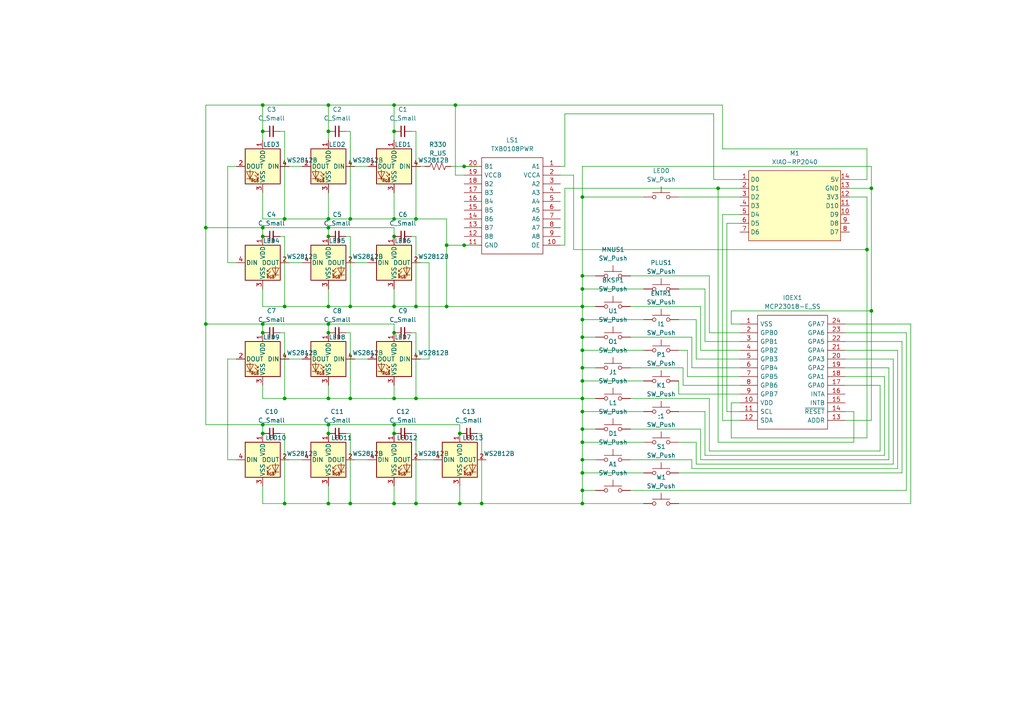
<source format=kicad_sch>
(kicad_sch (version 20211123) (generator eeschema)
  (paper "A4")
  (lib_symbols
    (symbol "Device:C_Small" (pin_numbers hide) (pin_names (offset 0.254) hide)
      (property "Reference" "C" (at 0.254 1.778 0))
      (property "Value" "C_Small" (at 0.254 -2.032 0))
      (symbol "C_Small_0_1"
        (polyline (pts (xy -1.524 -0.508) (xy 1.524 -0.508)) (stroke (width 0.3302)))
        (polyline (pts (xy -1.524 0.508) (xy 1.524 0.508)) (stroke (width 0.3048)))
      )
      (symbol "C_Small_1_1"
        (pin passive line (at 0 2.54 270) (length 2.032) (name "~") (number "1"))
        (pin passive line (at 0 -2.54 90) (length 2.032) (name "~") (number "2"))
      )
    )
    (symbol "Device:R_US" (pin_numbers hide) (pin_names (offset 0))
      (property "Reference" "R" (at 2.54 0 90))
      (property "Value" "R_US" (at -2.54 0 90))
      (symbol "R_US_0_1"
        (polyline (pts (xy 0 -2.286) (xy 0 -2.54)))
        (polyline (pts (xy 0 2.286) (xy 0 2.54)))
        (polyline (pts (xy 0 -0.762) (xy 1.016 -1.143) (xy 0 -1.524) (xy -1.016 -1.905) (xy 0 -2.286)))
        (polyline (pts (xy 0 0.762) (xy 1.016 0.381) (xy 0 0) (xy -1.016 -0.381) (xy 0 -0.762)))
        (polyline (pts (xy 0 2.286) (xy 1.016 1.905) (xy 0 1.524) (xy -1.016 1.143) (xy 0 0.762)))
      )
      (symbol "R_US_1_1"
        (pin passive line (at 0 3.81 270) (length 1.27) (name "~") (number "1"))
        (pin passive line (at 0 -3.81 90) (length 1.27) (name "~") (number "2"))
      )
    )
    (symbol "LED:WS2812B" (pin_names (offset 0.254))
      (property "Reference" "D" (at 5.08 5.715 0))
      (property "Value" "WS2812B" (at 1.27 -5.715 0))
      (symbol "WS2812B_0_0"
        (text "RGB" (at 2.286 -4.191 0) (effects (font (size 0.762 0.762))))
      )
      (symbol "WS2812B_0_1"
        (polyline (pts (xy 1.27 -3.556) (xy 1.778 -3.556)))
        (polyline (pts (xy 1.27 -2.54) (xy 1.778 -2.54)))
        (polyline (pts (xy 4.699 -3.556) (xy 2.667 -3.556)))
        (polyline (pts (xy 2.286 -2.54) (xy 1.27 -3.556) (xy 1.27 -3.048)))
        (polyline (pts (xy 2.286 -1.524) (xy 1.27 -2.54) (xy 1.27 -2.032)))
        (polyline (pts (xy 3.683 -1.016) (xy 3.683 -3.556) (xy 3.683 -4.064)))
        (polyline (pts (xy 4.699 -1.524) (xy 2.667 -1.524) (xy 3.683 -3.556) (xy 4.699 -1.524)))
        (rectangle (start 5.08 5.08) (end -5.08 -5.08) (stroke (width 0.254)) (fill (type background)))
      )
      (symbol "WS2812B_1_1"
        (pin power_in line (at 0 7.62 270) (length 2.54) (name "VDD") (number "1"))
        (pin output line (at 7.62 0 180) (length 2.54) (name "DOUT") (number "2"))
        (pin power_in line (at 0 -7.62 90) (length 2.54) (name "VSS") (number "3"))
        (pin input line (at -7.62 0 0) (length 2.54) (name "DIN") (number "4"))
      )
    )
    (symbol "MCP23018-SS:MCP23018-E_SS" (pin_names (offset 0.762))
      (property "Reference" "IC" (at 26.67 7.62 0))
      (property "Value" "MCP23018-E_SS" (at 26.67 5.08 0))
      (symbol "MCP23018-E_SS_0_0"
        (pin passive line (at 0 0 0) (length 5.08) (name "VSS") (number "1"))
        (pin passive line (at 0 -22.86 0) (length 5.08) (name "VDD") (number "10"))
        (pin passive line (at 0 -25.4 0) (length 5.08) (name "SCL") (number "11"))
        (pin passive line (at 0 -27.94 0) (length 5.08) (name "SDA") (number "12"))
        (pin passive line (at 30.48 -27.94 180) (length 5.08) (name "ADDR") (number "13"))
        (pin passive line (at 30.48 -25.4 180) (length 5.08) (name "~{RESET}") (number "14"))
        (pin passive line (at 30.48 -22.86 180) (length 5.08) (name "INTB") (number "15"))
        (pin passive line (at 30.48 -20.32 180) (length 5.08) (name "INTA") (number "16"))
        (pin passive line (at 30.48 -17.78 180) (length 5.08) (name "GPA0") (number "17"))
        (pin passive line (at 30.48 -15.24 180) (length 5.08) (name "GPA1") (number "18"))
        (pin passive line (at 30.48 -12.7 180) (length 5.08) (name "GPA2") (number "19"))
        (pin passive line (at 0 -2.54 0) (length 5.08) (name "GPB0") (number "2"))
        (pin passive line (at 30.48 -10.16 180) (length 5.08) (name "GPA3") (number "20"))
        (pin passive line (at 30.48 -7.62 180) (length 5.08) (name "GPA4") (number "21"))
        (pin passive line (at 30.48 -5.08 180) (length 5.08) (name "GPA5") (number "22"))
        (pin passive line (at 30.48 -2.54 180) (length 5.08) (name "GPA6") (number "23"))
        (pin passive line (at 30.48 0 180) (length 5.08) (name "GPA7") (number "24"))
        (pin passive line (at 0 -5.08 0) (length 5.08) (name "GPB1") (number "3"))
        (pin passive line (at 0 -7.62 0) (length 5.08) (name "GPB2") (number "4"))
        (pin passive line (at 0 -10.16 0) (length 5.08) (name "GPB3") (number "5"))
        (pin passive line (at 0 -12.7 0) (length 5.08) (name "GPB4") (number "6"))
        (pin passive line (at 0 -15.24 0) (length 5.08) (name "GPB5") (number "7"))
        (pin passive line (at 0 -17.78 0) (length 5.08) (name "GPB6") (number "8"))
        (pin passive line (at 0 -20.32 0) (length 5.08) (name "GPB7") (number "9"))
      )
      (symbol "MCP23018-E_SS_0_1"
        (polyline (pts (xy 5.08 2.54) (xy 25.4 2.54) (xy 25.4 -30.48) (xy 5.08 -30.48) (xy 5.08 2.54)) (stroke (width 0.1524)))
      )
    )
    (symbol "Switch:SW_Push" (pin_numbers hide) (pin_names (offset 1.016) hide)
      (property "Reference" "SW" (at 1.27 2.54 0))
      (property "Value" "SW_Push" (at 0 -1.524 0))
      (symbol "SW_Push_0_1"
        (circle (center -2.032 0) (radius 0.508))
        (polyline (pts (xy 0 1.27) (xy 0 3.048)))
        (polyline (pts (xy 2.54 1.27) (xy -2.54 1.27)))
        (circle (center 2.032 0) (radius 0.508))
        (pin passive line (at -5.08 0 0) (length 2.54) (name "1") (number "1"))
        (pin passive line (at 5.08 0 180) (length 2.54) (name "2") (number "2"))
      )
    )
    (symbol "TXB0108PWR:TXB0108PWR" (pin_names (offset 0.762))
      (property "Reference" "IC" (at 24.13 7.62 0))
      (property "Value" "TXB0108PWR" (at 24.13 5.08 0))
      (symbol "TXB0108PWR_0_0"
        (pin passive line (at 0 0 0) (length 5.08) (name "A1") (number "1"))
        (pin passive line (at 0 -22.86 0) (length 5.08) (name "OE") (number "10"))
        (pin passive line (at 27.94 -22.86 180) (length 5.08) (name "GND") (number "11"))
        (pin passive line (at 27.94 -20.32 180) (length 5.08) (name "B8") (number "12"))
        (pin passive line (at 27.94 -17.78 180) (length 5.08) (name "B7") (number "13"))
        (pin passive line (at 27.94 -15.24 180) (length 5.08) (name "B6") (number "14"))
        (pin passive line (at 27.94 -12.7 180) (length 5.08) (name "B5") (number "15"))
        (pin passive line (at 27.94 -10.16 180) (length 5.08) (name "B4") (number "16"))
        (pin passive line (at 27.94 -7.62 180) (length 5.08) (name "B3") (number "17"))
        (pin passive line (at 27.94 -5.08 180) (length 5.08) (name "B2") (number "18"))
        (pin passive line (at 27.94 -2.54 180) (length 5.08) (name "VCCB") (number "19"))
        (pin passive line (at 0 -2.54 0) (length 5.08) (name "VCCA") (number "2"))
        (pin passive line (at 27.94 0 180) (length 5.08) (name "B1") (number "20"))
        (pin passive line (at 0 -5.08 0) (length 5.08) (name "A2") (number "3"))
        (pin passive line (at 0 -7.62 0) (length 5.08) (name "A3") (number "4"))
        (pin passive line (at 0 -10.16 0) (length 5.08) (name "A4") (number "5"))
        (pin passive line (at 0 -12.7 0) (length 5.08) (name "A5") (number "6"))
        (pin passive line (at 0 -15.24 0) (length 5.08) (name "A6") (number "7"))
        (pin passive line (at 0 -17.78 0) (length 5.08) (name "A7") (number "8"))
        (pin passive line (at 0 -20.32 0) (length 5.08) (name "A8") (number "9"))
      )
      (symbol "TXB0108PWR_0_1"
        (polyline (pts (xy 5.08 2.54) (xy 22.86 2.54) (xy 22.86 -25.4) (xy 5.08 -25.4) (xy 5.08 2.54)) (stroke (width 0.1524)))
      )
    )
    (symbol "xiao-rp2040:XIAO-RP2040"
      (property "Reference" "M" (at 0 0 0))
      (property "Value" "XIAO-RP2040" (at 0 2.54 0))
      (symbol "XIAO-RP2040_0_1"
        (rectangle (start -12.7 10.16) (end 13.97 -10.16) (fill (type background)))
      )
      (symbol "XIAO-RP2040_1_1"
        (pin bidirectional line (at -15.24 7.62 0) (length 2.54) (name "D0") (number "1"))
        (pin bidirectional line (at 16.51 -2.54 180) (length 2.54) (name "D9") (number "10"))
        (pin bidirectional line (at 16.51 0 180) (length 2.54) (name "D10") (number "11"))
        (pin power_in line (at 16.51 2.54 180) (length 2.54) (name "3V3") (number "12"))
        (pin power_in line (at 16.51 5.08 180) (length 2.54) (name "GND") (number "13"))
        (pin power_in line (at 16.51 7.62 180) (length 2.54) (name "5V") (number "14"))
        (pin bidirectional line (at -15.24 5.08 0) (length 2.54) (name "D1") (number "2"))
        (pin bidirectional line (at -15.24 2.54 0) (length 2.54) (name "D2") (number "3"))
        (pin bidirectional line (at -15.24 0 0) (length 2.54) (name "D3") (number "4"))
        (pin bidirectional line (at -15.24 -2.54 0) (length 2.54) (name "D4") (number "5"))
        (pin bidirectional line (at -15.24 -5.08 0) (length 2.54) (name "D5") (number "6"))
        (pin bidirectional line (at -15.24 -7.62 0) (length 2.54) (name "D6") (number "7"))
        (pin bidirectional line (at 16.51 -7.62 180) (length 2.54) (name "D7") (number "8"))
        (pin bidirectional line (at 16.51 -5.08 180) (length 2.54) (name "D8") (number "9"))
      )
    )
  )
  (junction (at 59.69 93.98))
  (junction (at 168.91 110.49))
  (junction (at 168.91 80.01))
  (junction (at 133.35 125.73))
  (junction (at 114.3 123.19))
  (junction (at 101.6 88.9))
  (junction (at 168.91 57.15))
  (junction (at 101.6 146.05))
  (junction (at 114.3 38.1))
  (junction (at 76.2 66.04))
  (junction (at 168.91 83.82))
  (junction (at 120.65 146.05))
  (junction (at 168.91 133.35))
  (junction (at 95.25 63.5))
  (junction (at 114.3 68.58))
  (junction (at 120.65 115.57))
  (junction (at 208.28 54.61))
  (junction (at 129.54 71.12))
  (junction (at 134.62 71.12))
  (junction (at 132.08 30.48))
  (junction (at 76.2 38.1))
  (junction (at 76.2 30.48))
  (junction (at 95.25 146.05))
  (junction (at 114.3 88.9))
  (junction (at 252.73 90.17))
  (junction (at 101.6 63.5))
  (junction (at 82.55 63.5))
  (junction (at 95.25 115.57))
  (junction (at 114.3 96.52))
  (junction (at 95.25 30.48))
  (junction (at 168.91 124.46))
  (junction (at 133.35 146.05))
  (junction (at 252.73 54.61))
  (junction (at 82.55 146.05))
  (junction (at 168.91 128.27))
  (junction (at 76.2 96.52))
  (junction (at 139.7 146.05))
  (junction (at 76.2 93.98))
  (junction (at 134.62 48.26))
  (junction (at 95.25 125.73))
  (junction (at 251.46 72.39))
  (junction (at 120.65 63.5))
  (junction (at 95.25 88.9))
  (junction (at 120.65 88.9))
  (junction (at 95.25 96.52))
  (junction (at 168.91 142.24))
  (junction (at 76.2 123.19))
  (junction (at 114.3 146.05))
  (junction (at 95.25 38.1))
  (junction (at 129.54 88.9))
  (junction (at 168.91 101.6))
  (junction (at 95.25 66.04))
  (junction (at 82.55 88.9))
  (junction (at 114.3 125.73))
  (junction (at 168.91 106.68))
  (junction (at 101.6 115.57))
  (junction (at 82.55 115.57))
  (junction (at 114.3 63.5))
  (junction (at 95.25 68.58))
  (junction (at 59.69 66.04))
  (junction (at 76.2 68.58))
  (junction (at 76.2 125.73))
  (junction (at 168.91 97.79))
  (junction (at 114.3 115.57))
  (junction (at 95.25 123.19))
  (junction (at 168.91 88.9))
  (junction (at 168.91 119.38))
  (junction (at 114.3 30.48))
  (junction (at 168.91 92.71))
  (junction (at 168.91 146.05))
  (junction (at 95.25 93.98))
  (junction (at 168.91 137.16))
  (junction (at 168.91 115.57))
  (wire (pts (xy 100.33 68.58) (xy 101.6 68.58)))
  (wire (pts (xy 100.33 125.73) (xy 101.6 125.73)))
  (wire (pts (xy 168.91 110.49) (xy 168.91 115.57)))
  (wire (pts (xy 182.88 133.35) (xy 200.66 133.35)))
  (wire (pts (xy 252.73 48.26) (xy 252.73 54.61)))
  (wire (pts (xy 76.2 123.19) (xy 76.2 125.73)))
  (wire (pts (xy 129.54 71.12) (xy 129.54 88.9)))
  (wire (pts (xy 114.3 38.1) (xy 114.3 40.64)))
  (wire (pts (xy 163.83 33.02) (xy 163.83 48.26)))
  (wire (pts (xy 114.3 88.9) (xy 101.6 88.9)))
  (wire (pts (xy 257.81 106.68) (xy 245.11 106.68)))
  (wire (pts (xy 246.38 54.61) (xy 252.73 54.61)))
  (wire (pts (xy 114.3 146.05) (xy 101.6 146.05)))
  (wire (pts (xy 205.74 80.01) (xy 205.74 96.52)))
  (wire (pts (xy 114.3 63.5) (xy 120.65 63.5)))
  (wire (pts (xy 95.25 38.1) (xy 95.25 40.64)))
  (wire (pts (xy 82.55 146.05) (xy 76.2 146.05)))
  (wire (pts (xy 214.63 121.92) (xy 209.55 121.92)))
  (wire (pts (xy 76.2 55.88) (xy 76.2 63.5)))
  (wire (pts (xy 76.2 40.64) (xy 76.2 38.1)))
  (wire (pts (xy 130.81 48.26) (xy 134.62 48.26)))
  (wire (pts (xy 82.55 125.73) (xy 82.55 146.05)))
  (wire (pts (xy 257.81 133.35) (xy 257.81 106.68)))
  (wire (pts (xy 120.65 38.1) (xy 120.65 63.5)))
  (wire (pts (xy 76.2 38.1) (xy 76.2 30.48)))
  (wire (pts (xy 214.63 64.77) (xy 210.82 64.77)))
  (wire (pts (xy 168.91 119.38) (xy 168.91 124.46)))
  (wire (pts (xy 168.91 115.57) (xy 172.72 115.57)))
  (wire (pts (xy 214.63 116.84) (xy 212.09 116.84)))
  (wire (pts (xy 76.2 88.9) (xy 76.2 83.82)))
  (wire (pts (xy 95.25 55.88) (xy 95.25 63.5)))
  (wire (pts (xy 101.6 146.05) (xy 95.25 146.05)))
  (wire (pts (xy 81.28 96.52) (xy 82.55 96.52)))
  (wire (pts (xy 120.65 88.9) (xy 129.54 88.9)))
  (wire (pts (xy 114.3 125.73) (xy 114.3 123.19)))
  (wire (pts (xy 203.2 124.46) (xy 203.2 133.35)))
  (wire (pts (xy 163.83 71.12) (xy 162.56 71.12)))
  (wire (pts (xy 214.63 114.3) (xy 196.85 114.3)))
  (wire (pts (xy 256.54 109.22) (xy 245.11 109.22)))
  (wire (pts (xy 196.85 119.38) (xy 204.47 119.38)))
  (wire (pts (xy 204.47 119.38) (xy 204.47 132.08)))
  (wire (pts (xy 82.55 88.9) (xy 76.2 88.9)))
  (wire (pts (xy 95.25 146.05) (xy 82.55 146.05)))
  (wire (pts (xy 205.74 115.57) (xy 205.74 130.81)))
  (wire (pts (xy 182.88 124.46) (xy 203.2 124.46)))
  (wire (pts (xy 168.91 80.01) (xy 172.72 80.01)))
  (wire (pts (xy 114.3 93.98) (xy 95.25 93.98)))
  (wire (pts (xy 138.43 71.12) (xy 134.62 71.12)))
  (wire (pts (xy 102.87 48.26) (xy 106.68 48.26)))
  (wire (pts (xy 196.85 101.6) (xy 199.39 101.6)))
  (wire (pts (xy 100.33 96.52) (xy 101.6 96.52)))
  (wire (pts (xy 101.6 38.1) (xy 101.6 63.5)))
  (wire (pts (xy 168.91 97.79) (xy 168.91 101.6)))
  (wire (pts (xy 83.82 104.14) (xy 87.63 104.14)))
  (wire (pts (xy 82.55 96.52) (xy 82.55 115.57)))
  (wire (pts (xy 182.88 142.24) (xy 262.89 142.24)))
  (wire (pts (xy 81.28 68.58) (xy 82.55 68.58)))
  (wire (pts (xy 119.38 68.58) (xy 120.65 68.58)))
  (wire (pts (xy 201.93 92.71) (xy 201.93 104.14)))
  (wire (pts (xy 168.91 128.27) (xy 168.91 133.35)))
  (wire (pts (xy 261.62 99.06) (xy 245.11 99.06)))
  (wire (pts (xy 66.04 48.26) (xy 66.04 76.2)))
  (wire (pts (xy 212.09 93.98) (xy 212.09 90.17)))
  (wire (pts (xy 114.3 111.76) (xy 114.3 115.57)))
  (wire (pts (xy 168.91 97.79) (xy 172.72 97.79)))
  (wire (pts (xy 121.92 48.26) (xy 123.19 48.26)))
  (wire (pts (xy 214.63 104.14) (xy 201.93 104.14)))
  (wire (pts (xy 134.62 71.12) (xy 129.54 71.12)))
  (wire (pts (xy 82.55 38.1) (xy 82.55 63.5)))
  (wire (pts (xy 95.25 123.19) (xy 95.25 125.73)))
  (wire (pts (xy 59.69 123.19) (xy 59.69 93.98)))
  (wire (pts (xy 212.09 127) (xy 251.46 127)))
  (wire (pts (xy 83.82 76.2) (xy 87.63 76.2)))
  (wire (pts (xy 214.63 101.6) (xy 203.2 101.6)))
  (wire (pts (xy 201.93 134.62) (xy 259.08 134.62)))
  (wire (pts (xy 66.04 104.14) (xy 66.04 133.35)))
  (wire (pts (xy 196.85 92.71) (xy 201.93 92.71)))
  (wire (pts (xy 95.25 30.48) (xy 95.25 38.1)))
  (wire (pts (xy 132.08 30.48) (xy 132.08 50.8)))
  (wire (pts (xy 214.63 106.68) (xy 200.66 106.68)))
  (wire (pts (xy 95.25 83.82) (xy 95.25 88.9)))
  (wire (pts (xy 247.65 128.27) (xy 208.28 128.27)))
  (wire (pts (xy 168.91 83.82) (xy 168.91 88.9)))
  (wire (pts (xy 59.69 66.04) (xy 59.69 93.98)))
  (wire (pts (xy 198.12 106.68) (xy 198.12 111.76)))
  (wire (pts (xy 168.91 101.6) (xy 168.91 106.68)))
  (wire (pts (xy 168.91 133.35) (xy 168.91 137.16)))
  (wire (pts (xy 134.62 50.8) (xy 132.08 50.8)))
  (wire (pts (xy 203.2 133.35) (xy 257.81 133.35)))
  (wire (pts (xy 114.3 30.48) (xy 114.3 38.1)))
  (wire (pts (xy 200.66 133.35) (xy 200.66 135.89)))
  (wire (pts (xy 168.91 119.38) (xy 186.69 119.38)))
  (wire (pts (xy 114.3 96.52) (xy 114.3 93.98)))
  (wire (pts (xy 114.3 66.04) (xy 114.3 68.58)))
  (wire (pts (xy 209.55 62.23) (xy 209.55 121.92)))
  (wire (pts (xy 262.89 142.24) (xy 262.89 96.52)))
  (wire (pts (xy 196.85 146.05) (xy 264.16 146.05)))
  (wire (pts (xy 124.46 104.14) (xy 124.46 76.2)))
  (wire (pts (xy 247.65 119.38) (xy 247.65 128.27)))
  (wire (pts (xy 114.3 123.19) (xy 133.35 123.19)))
  (wire (pts (xy 114.3 83.82) (xy 114.3 88.9)))
  (wire (pts (xy 166.37 72.39) (xy 166.37 50.8)))
  (wire (pts (xy 246.38 57.15) (xy 251.46 57.15)))
  (wire (pts (xy 214.63 109.22) (xy 199.39 109.22)))
  (wire (pts (xy 81.28 125.73) (xy 82.55 125.73)))
  (wire (pts (xy 101.6 115.57) (xy 95.25 115.57)))
  (wire (pts (xy 163.83 48.26) (xy 162.56 48.26)))
  (wire (pts (xy 203.2 88.9) (xy 203.2 101.6)))
  (wire (pts (xy 214.63 111.76) (xy 198.12 111.76)))
  (wire (pts (xy 168.91 146.05) (xy 139.7 146.05)))
  (wire (pts (xy 100.33 38.1) (xy 101.6 38.1)))
  (wire (pts (xy 260.35 135.89) (xy 260.35 101.6)))
  (wire (pts (xy 59.69 30.48) (xy 76.2 30.48)))
  (wire (pts (xy 251.46 72.39) (xy 251.46 127)))
  (wire (pts (xy 95.25 88.9) (xy 82.55 88.9)))
  (wire (pts (xy 120.65 146.05) (xy 114.3 146.05)))
  (wire (pts (xy 182.88 115.57) (xy 205.74 115.57)))
  (wire (pts (xy 168.91 106.68) (xy 172.72 106.68)))
  (wire (pts (xy 95.25 66.04) (xy 95.25 68.58)))
  (wire (pts (xy 214.63 99.06) (xy 204.47 99.06)))
  (wire (pts (xy 120.65 96.52) (xy 120.65 115.57)))
  (wire (pts (xy 259.08 104.14) (xy 245.11 104.14)))
  (wire (pts (xy 114.3 115.57) (xy 101.6 115.57)))
  (wire (pts (xy 168.91 101.6) (xy 186.69 101.6)))
  (wire (pts (xy 95.25 115.57) (xy 82.55 115.57)))
  (wire (pts (xy 119.38 96.52) (xy 120.65 96.52)))
  (wire (pts (xy 138.43 125.73) (xy 139.7 125.73)))
  (wire (pts (xy 210.82 119.38) (xy 210.82 64.77)))
  (wire (pts (xy 214.63 62.23) (xy 209.55 62.23)))
  (wire (pts (xy 68.58 48.26) (xy 66.04 48.26)))
  (wire (pts (xy 251.46 57.15) (xy 251.46 72.39)))
  (wire (pts (xy 139.7 125.73) (xy 139.7 146.05)))
  (wire (pts (xy 168.91 128.27) (xy 186.69 128.27)))
  (wire (pts (xy 204.47 132.08) (xy 256.54 132.08)))
  (wire (pts (xy 251.46 72.39) (xy 166.37 72.39)))
  (wire (pts (xy 168.91 57.15) (xy 186.69 57.15)))
  (wire (pts (xy 264.16 93.98) (xy 245.11 93.98)))
  (wire (pts (xy 168.91 110.49) (xy 186.69 110.49)))
  (wire (pts (xy 59.69 66.04) (xy 59.69 30.48)))
  (wire (pts (xy 82.55 68.58) (xy 82.55 88.9)))
  (wire (pts (xy 182.88 106.68) (xy 198.12 106.68)))
  (wire (pts (xy 95.25 30.48) (xy 114.3 30.48)))
  (wire (pts (xy 101.6 88.9) (xy 95.25 88.9)))
  (wire (pts (xy 95.25 111.76) (xy 95.25 115.57)))
  (wire (pts (xy 182.88 88.9) (xy 203.2 88.9)))
  (wire (pts (xy 168.91 88.9) (xy 168.91 92.71)))
  (wire (pts (xy 114.3 30.48) (xy 132.08 30.48)))
  (wire (pts (xy 245.11 119.38) (xy 247.65 119.38)))
  (wire (pts (xy 114.3 140.97) (xy 114.3 146.05)))
  (wire (pts (xy 168.91 142.24) (xy 168.91 146.05)))
  (wire (pts (xy 168.91 115.57) (xy 168.91 119.38)))
  (wire (pts (xy 168.91 133.35) (xy 172.72 133.35)))
  (wire (pts (xy 95.25 63.5) (xy 101.6 63.5)))
  (wire (pts (xy 168.91 92.71) (xy 186.69 92.71)))
  (wire (pts (xy 260.35 101.6) (xy 245.11 101.6)))
  (wire (pts (xy 121.92 104.14) (xy 124.46 104.14)))
  (wire (pts (xy 168.91 142.24) (xy 172.72 142.24)))
  (wire (pts (xy 114.3 55.88) (xy 114.3 63.5)))
  (wire (pts (xy 207.01 52.07) (xy 207.01 33.02)))
  (wire (pts (xy 255.27 111.76) (xy 245.11 111.76)))
  (wire (pts (xy 262.89 96.52) (xy 245.11 96.52)))
  (wire (pts (xy 83.82 48.26) (xy 87.63 48.26)))
  (wire (pts (xy 76.2 30.48) (xy 95.25 30.48)))
  (wire (pts (xy 133.35 146.05) (xy 120.65 146.05)))
  (wire (pts (xy 252.73 54.61) (xy 252.73 90.17)))
  (wire (pts (xy 119.38 125.73) (xy 120.65 125.73)))
  (wire (pts (xy 102.87 76.2) (xy 106.68 76.2)))
  (wire (pts (xy 168.91 137.16) (xy 186.69 137.16)))
  (wire (pts (xy 168.91 57.15) (xy 168.91 80.01)))
  (wire (pts (xy 200.66 135.89) (xy 260.35 135.89)))
  (wire (pts (xy 129.54 88.9) (xy 168.91 88.9)))
  (wire (pts (xy 205.74 130.81) (xy 255.27 130.81)))
  (wire (pts (xy 66.04 133.35) (xy 68.58 133.35)))
  (wire (pts (xy 168.91 92.71) (xy 168.91 97.79)))
  (wire (pts (xy 168.91 88.9) (xy 172.72 88.9)))
  (wire (pts (xy 120.65 125.73) (xy 120.65 146.05)))
  (wire (pts (xy 76.2 63.5) (xy 82.55 63.5)))
  (wire (pts (xy 134.62 48.26) (xy 138.43 48.26)))
  (wire (pts (xy 168.91 124.46) (xy 172.72 124.46)))
  (wire (pts (xy 212.09 116.84) (xy 212.09 127)))
  (wire (pts (xy 82.55 115.57) (xy 76.2 115.57)))
  (wire (pts (xy 259.08 134.62) (xy 259.08 104.14)))
  (wire (pts (xy 101.6 63.5) (xy 114.3 63.5)))
  (wire (pts (xy 214.63 96.52) (xy 205.74 96.52)))
  (wire (pts (xy 196.85 128.27) (xy 201.93 128.27)))
  (wire (pts (xy 76.2 93.98) (xy 59.69 93.98)))
  (wire (pts (xy 251.46 43.18) (xy 209.55 43.18)))
  (wire (pts (xy 124.46 76.2) (xy 121.92 76.2)))
  (wire (pts (xy 121.92 133.35) (xy 125.73 133.35)))
  (wire (pts (xy 256.54 132.08) (xy 256.54 109.22)))
  (wire (pts (xy 168.91 146.05) (xy 186.69 146.05)))
  (wire (pts (xy 133.35 140.97) (xy 133.35 146.05)))
  (wire (pts (xy 102.87 104.14) (xy 106.68 104.14)))
  (wire (pts (xy 214.63 93.98) (xy 212.09 93.98)))
  (wire (pts (xy 196.85 83.82) (xy 204.47 83.82)))
  (wire (pts (xy 168.91 137.16) (xy 168.91 142.24)))
  (wire (pts (xy 120.65 63.5) (xy 129.54 63.5)))
  (wire (pts (xy 168.91 83.82) (xy 186.69 83.82)))
  (wire (pts (xy 196.85 114.3) (xy 196.85 110.49)))
  (wire (pts (xy 82.55 63.5) (xy 95.25 63.5)))
  (wire (pts (xy 208.28 54.61) (xy 163.83 54.61)))
  (wire (pts (xy 101.6 68.58) (xy 101.6 88.9)))
  (wire (pts (xy 182.88 80.01) (xy 205.74 80.01)))
  (wire (pts (xy 168.91 48.26) (xy 252.73 48.26)))
  (wire (pts (xy 214.63 52.07) (xy 207.01 52.07)))
  (wire (pts (xy 95.25 123.19) (xy 76.2 123.19)))
  (wire (pts (xy 95.25 93.98) (xy 76.2 93.98)))
  (wire (pts (xy 83.82 133.35) (xy 87.63 133.35)))
  (wire (pts (xy 168.91 106.68) (xy 168.91 110.49)))
  (wire (pts (xy 119.38 38.1) (xy 120.65 38.1)))
  (wire (pts (xy 182.88 97.79) (xy 200.66 97.79)))
  (wire (pts (xy 132.08 30.48) (xy 209.55 30.48)))
  (wire (pts (xy 120.65 68.58) (xy 120.65 88.9)))
  (wire (pts (xy 76.2 66.04) (xy 95.25 66.04)))
  (wire (pts (xy 101.6 96.52) (xy 101.6 115.57)))
  (wire (pts (xy 196.85 137.16) (xy 261.62 137.16)))
  (wire (pts (xy 168.91 80.01) (xy 168.91 83.82)))
  (wire (pts (xy 196.85 57.15) (xy 214.63 57.15)))
  (wire (pts (xy 207.01 33.02) (xy 163.83 33.02)))
  (wire (pts (xy 133.35 123.19) (xy 133.35 125.73)))
  (wire (pts (xy 101.6 125.73) (xy 101.6 146.05)))
  (wire (pts (xy 245.11 121.92) (xy 252.73 121.92)))
  (wire (pts (xy 246.38 52.07) (xy 251.46 52.07)))
  (wire (pts (xy 251.46 52.07) (xy 251.46 43.18)))
  (wire (pts (xy 261.62 137.16) (xy 261.62 99.06)))
  (wire (pts (xy 59.69 66.04) (xy 76.2 66.04)))
  (wire (pts (xy 204.47 83.82) (xy 204.47 99.06)))
  (wire (pts (xy 95.25 96.52) (xy 95.25 93.98)))
  (wire (pts (xy 200.66 97.79) (xy 200.66 106.68)))
  (wire (pts (xy 166.37 50.8) (xy 162.56 50.8)))
  (wire (pts (xy 114.3 123.19) (xy 95.25 123.19)))
  (wire (pts (xy 168.91 124.46) (xy 168.91 128.27)))
  (wire (pts (xy 76.2 68.58) (xy 76.2 66.04)))
  (wire (pts (xy 252.73 90.17) (xy 252.73 121.92)))
  (wire (pts (xy 76.2 146.05) (xy 76.2 140.97)))
  (wire (pts (xy 76.2 115.57) (xy 76.2 111.76)))
  (wire (pts (xy 59.69 123.19) (xy 76.2 123.19)))
  (wire (pts (xy 212.09 90.17) (xy 252.73 90.17)))
  (wire (pts (xy 168.91 48.26) (xy 168.91 57.15)))
  (wire (pts (xy 168.91 115.57) (xy 120.65 115.57)))
  (wire (pts (xy 95.25 140.97) (xy 95.25 146.05)))
  (wire (pts (xy 264.16 146.05) (xy 264.16 93.98)))
  (wire (pts (xy 208.28 54.61) (xy 214.63 54.61)))
  (wire (pts (xy 139.7 146.05) (xy 133.35 146.05)))
  (wire (pts (xy 209.55 43.18) (xy 209.55 30.48)))
  (wire (pts (xy 102.87 133.35) (xy 106.68 133.35)))
  (wire (pts (xy 199.39 109.22) (xy 199.39 101.6)))
  (wire (pts (xy 120.65 115.57) (xy 114.3 115.57)))
  (wire (pts (xy 163.83 54.61) (xy 163.83 71.12)))
  (wire (pts (xy 114.3 88.9) (xy 120.65 88.9)))
  (wire (pts (xy 201.93 128.27) (xy 201.93 134.62)))
  (wire (pts (xy 66.04 76.2) (xy 68.58 76.2)))
  (wire (pts (xy 76.2 93.98) (xy 76.2 96.52)))
  (wire (pts (xy 81.28 38.1) (xy 82.55 38.1)))
  (wire (pts (xy 214.63 119.38) (xy 210.82 119.38)))
  (wire (pts (xy 208.28 128.27) (xy 208.28 54.61)))
  (wire (pts (xy 255.27 130.81) (xy 255.27 111.76)))
  (wire (pts (xy 95.25 66.04) (xy 114.3 66.04)))
  (wire (pts (xy 68.58 104.14) (xy 66.04 104.14)))
  (wire (pts (xy 129.54 71.12) (xy 129.54 63.5)))
  (symbol (lib_id "Device:C_Small") (at 78.74 96.52 90) (unit 1)
    (property "Reference" "C7" (at 78.7463 90.17 90))
    (property "Value" "C_Small" (at 78.7463 92.71 90))
    (property "Footprint" "Resistor_SMD:R_2010_5025Metric_Pad1.40x2.65mm_HandSolder" (effects hide))
  )
  (symbol (lib_id "Switch:SW_Push") (at 177.8 80.01 0) (unit 1)
    (property "Reference" "MNUS1" (at 177.8 72.39 0))
    (property "Value" "SW_Push" (at 177.8 74.93 0))
    (property "Footprint" "Button_Switch_THT:SW_PUSH_6mm" (effects hide))
  )
  (symbol (lib_id "Device:C_Small") (at 78.74 38.1 90) (unit 1)
    (property "Reference" "C3" (at 78.7463 31.75 90))
    (property "Value" "C_Small" (at 78.7463 34.29 90))
    (property "Footprint" "Resistor_SMD:R_2010_5025Metric_Pad1.40x2.65mm_HandSolder" (effects hide))
  )
  (symbol (lib_id "LED:WS2812B") (at 76.2 104.14 0) (mirror y) (unit 1)
    (property "Reference" "LED9" (at 78.74 97.79 0))
    (property "Value" "WS2812B" (at 87.63 102.3493 0))
    (property "Footprint" "kb_lib:Reverse Mount SK6812MINI-E" (effects hide))
    (property "Datasheet" "https://cdn-shop.adafruit.com/datasheets/WS2812B.pdf" (effects hide))
  )
  (symbol (lib_id "LED:WS2812B") (at 114.3 104.14 0) (mirror y) (unit 1)
    (property "Reference" "LED7" (at 116.84 97.79 0))
    (property "Value" "WS2812B" (at 125.73 102.3493 0))
    (property "Footprint" "kb_lib:Reverse Mount SK6812MINI-E" (effects hide))
    (property "Datasheet" "https://cdn-shop.adafruit.com/datasheets/WS2812B.pdf" (effects hide))
  )
  (symbol (lib_id "Device:C_Small") (at 116.84 125.73 90) (unit 1)
    (property "Reference" "C12" (at 116.8463 119.38 90))
    (property "Value" "C_Small" (at 116.8463 121.92 90))
    (property "Footprint" "Resistor_SMD:R_2010_5025Metric_Pad1.40x2.65mm_HandSolder" (effects hide))
  )
  (symbol (lib_id "Device:C_Small") (at 116.84 38.1 90) (unit 1)
    (property "Reference" "C1" (at 116.8463 31.75 90))
    (property "Value" "C_Small" (at 116.8463 34.29 90))
    (property "Footprint" "Resistor_SMD:R_2010_5025Metric_Pad1.40x2.65mm_HandSolder" (effects hide))
  )
  (symbol (lib_id "Device:C_Small") (at 97.79 38.1 90) (unit 1)
    (property "Reference" "C2" (at 97.7963 31.75 90))
    (property "Value" "C_Small" (at 97.7963 34.29 90))
    (property "Footprint" "Resistor_SMD:R_2010_5025Metric_Pad1.40x2.65mm_HandSolder" (effects hide))
  )
  (symbol (lib_id "LED:WS2812B") (at 95.25 133.35 0) (unit 1)
    (property "Reference" "LED11" (at 99.06 127 0))
    (property "Value" "WS2812B" (at 106.68 131.5593 0))
    (property "Footprint" "kb_lib:Reverse Mount SK6812MINI-E" (effects hide))
    (property "Datasheet" "https://cdn-shop.adafruit.com/datasheets/WS2812B.pdf" (effects hide))
  )
  (symbol (lib_id "MCP23018-SS:MCP23018-E_SS") (at 214.63 93.98 0) (unit 1)
    (property "Reference" "IOEX1" (at 229.87 86.36 0))
    (property "Value" "MCP23018-E_SS" (at 229.87 88.9 0))
    (property "Footprint" "SOP65P780X200-24N" (effects hide))
    (property "Datasheet" "http://ww1.microchip.com/downloads/en/DeviceDoc/22103a.pdf" (effects hide))
    (property "Description" "Microchip MCP23018-E/SS, 16-channel 16bit I/O Expander 3.4MHz, I2C, 24-Pin SSOP" (effects hide))
    (property "Height" "2" (effects hide))
    (property "Mouser Part Number" "579-MCP23018-E/SS" (effects hide))
    (property "Mouser Price/Stock" "https://www.mouser.co.uk/ProductDetail/Microchip-Technology/MCP23018-E-SS?qs=WqWCsLCZBkp%252B8wfENHNkiw%3D%3D" (effects hide))
    (property "Manufacturer_Name" "Microchip" (effects hide))
    (property "Manufacturer_Part_Number" "MCP23018-E/SS" (effects hide))
  )
  (symbol (lib_id "Device:C_Small") (at 116.84 68.58 90) (unit 1)
    (property "Reference" "C6" (at 116.8463 62.23 90))
    (property "Value" "C_Small" (at 116.8463 64.77 90))
    (property "Footprint" "Resistor_SMD:R_2010_5025Metric_Pad1.40x2.65mm_HandSolder" (effects hide))
  )
  (symbol (lib_id "Switch:SW_Push") (at 191.77 57.15 0) (unit 1)
    (property "Reference" "LED0" (at 191.77 49.53 0))
    (property "Value" "SW_Push" (at 191.77 52.07 0))
    (property "Footprint" "Button_Switch_THT:SW_PUSH_6mm" (effects hide))
  )
  (symbol (lib_id "Device:C_Small") (at 78.74 125.73 90) (unit 1)
    (property "Reference" "C10" (at 78.7463 119.38 90))
    (property "Value" "C_Small" (at 78.7463 121.92 90))
    (property "Footprint" "Resistor_SMD:R_2010_5025Metric_Pad1.40x2.65mm_HandSolder" (effects hide))
  )
  (symbol (lib_id "LED:WS2812B") (at 76.2 48.26 0) (mirror y) (unit 1)
    (property "Reference" "LED3" (at 78.74 41.91 0))
    (property "Value" "WS2812B" (at 87.63 46.4693 0))
    (property "Footprint" "kb_lib:Reverse Mount SK6812MINI-E" (effects hide))
    (property "Datasheet" "https://cdn-shop.adafruit.com/datasheets/WS2812B.pdf" (effects hide))
  )
  (symbol (lib_id "LED:WS2812B") (at 114.3 133.35 0) (unit 1)
    (property "Reference" "LED12" (at 118.11 127 0))
    (property "Value" "WS2812B" (at 125.73 131.5593 0))
    (property "Footprint" "kb_lib:Reverse Mount SK6812MINI-E" (effects hide))
    (property "Datasheet" "https://cdn-shop.adafruit.com/datasheets/WS2812B.pdf" (effects hide))
  )
  (symbol (lib_id "LED:WS2812B") (at 114.3 76.2 0) (unit 1)
    (property "Reference" "LED6" (at 116.84 69.85 0))
    (property "Value" "WS2812B" (at 125.73 74.4093 0))
    (property "Footprint" "kb_lib:Reverse Mount SK6812MINI-E" (effects hide))
    (property "Datasheet" "https://cdn-shop.adafruit.com/datasheets/WS2812B.pdf" (effects hide))
  )
  (symbol (lib_id "Switch:SW_Push") (at 177.8 124.46 0) (unit 1)
    (property "Reference" "L1" (at 177.8 116.84 0))
    (property "Value" "SW_Push" (at 177.8 119.38 0))
    (property "Footprint" "kb_lib:mx-choc socket keyswitch" (effects hide))
  )
  (symbol (lib_id "Switch:SW_Push") (at 191.77 128.27 0) (unit 1)
    (property "Reference" ";1" (at 191.77 120.65 0))
    (property "Value" "SW_Push" (at 191.77 123.19 0))
    (property "Footprint" "kb_lib:mx-choc socket keyswitch" (effects hide))
  )
  (symbol (lib_id "LED:WS2812B") (at 76.2 133.35 0) (unit 1)
    (property "Reference" "LED10" (at 80.01 127 0))
    (property "Value" "WS2812B" (at 87.63 131.5593 0))
    (property "Footprint" "kb_lib:Reverse Mount SK6812MINI-E" (effects hide))
    (property "Datasheet" "https://cdn-shop.adafruit.com/datasheets/WS2812B.pdf" (effects hide))
  )
  (symbol (lib_id "LED:WS2812B") (at 133.35 133.35 0) (unit 1)
    (property "Reference" "LED13" (at 137.16 127 0))
    (property "Value" "WS2812B" (at 144.78 131.5593 0))
    (property "Footprint" "kb_lib:Reverse Mount SK6812MINI-E" (effects hide))
    (property "Datasheet" "https://cdn-shop.adafruit.com/datasheets/WS2812B.pdf" (effects hide))
  )
  (symbol (lib_id "Switch:SW_Push") (at 177.8 97.79 0) (unit 1)
    (property "Reference" "U1" (at 177.8 90.17 0))
    (property "Value" "SW_Push" (at 177.8 92.71 0))
    (property "Footprint" "kb_lib:mx-choc socket keyswitch" (effects hide))
  )
  (symbol (lib_id "Switch:SW_Push") (at 191.77 146.05 0) (unit 1)
    (property "Reference" "W1" (at 191.77 138.43 0))
    (property "Value" "SW_Push" (at 191.77 140.97 0))
    (property "Footprint" "kb_lib:mx-choc socket keyswitch" (effects hide))
  )
  (symbol (lib_id "LED:WS2812B") (at 95.25 104.14 0) (mirror y) (unit 1)
    (property "Reference" "LED8" (at 97.79 97.79 0))
    (property "Value" "WS2812B" (at 106.68 102.3493 0))
    (property "Footprint" "kb_lib:Reverse Mount SK6812MINI-E" (effects hide))
    (property "Datasheet" "https://cdn-shop.adafruit.com/datasheets/WS2812B.pdf" (effects hide))
  )
  (symbol (lib_id "Switch:SW_Push") (at 177.8 142.24 0) (unit 1)
    (property "Reference" "A1" (at 177.8 134.62 0))
    (property "Value" "SW_Push" (at 177.8 137.16 0))
    (property "Footprint" "kb_lib:mx-choc socket keyswitch" (effects hide))
  )
  (symbol (lib_id "LED:WS2812B") (at 95.25 48.26 0) (mirror y) (unit 1)
    (property "Reference" "LED2" (at 97.79 41.91 0))
    (property "Value" "WS2812B" (at 106.68 46.4693 0))
    (property "Footprint" "kb_lib:Reverse Mount SK6812MINI-E" (effects hide))
    (property "Datasheet" "https://cdn-shop.adafruit.com/datasheets/WS2812B.pdf" (effects hide))
  )
  (symbol (lib_id "LED:WS2812B") (at 114.3 48.26 0) (mirror y) (unit 1)
    (property "Reference" "LED1" (at 116.84 41.91 0))
    (property "Value" "WS2812B" (at 125.73 46.4693 0))
    (property "Footprint" "kb_lib:Reverse Mount SK6812MINI-E" (effects hide))
    (property "Datasheet" "https://cdn-shop.adafruit.com/datasheets/WS2812B.pdf" (effects hide))
  )
  (symbol (lib_id "LED:WS2812B") (at 76.2 76.2 0) (unit 1)
    (property "Reference" "LED4" (at 78.74 69.85 0))
    (property "Value" "WS2812B" (at 87.63 74.4093 0))
    (property "Footprint" "kb_lib:Reverse Mount SK6812MINI-E" (effects hide))
    (property "Datasheet" "https://cdn-shop.adafruit.com/datasheets/WS2812B.pdf" (effects hide))
  )
  (symbol (lib_id "TXB0108PWR:TXB0108PWR") (at 162.56 48.26 0) (mirror y) (unit 1)
    (property "Reference" "LS1" (at 148.59 40.64 0))
    (property "Value" "TXB0108PWR" (at 148.59 43.18 0))
    (property "Footprint" "SOP65P640X120-20N" (effects hide))
    (property "Datasheet" "http://www.ti.com/lit/ds/symlink/txb0108.pdf" (effects hide))
    (property "Description" "8-Bit Bidirectional Voltage-Level Shifter with Auto Direction Sensing and +/-15-kV ESD Protect" (effects hide))
    (property "Height" "1.2" (effects hide))
    (property "Mouser Part Number" "595-TXB0108PWR" (effects hide))
    (property "Mouser Price/Stock" "https://www.mouser.co.uk/ProductDetail/Texas-Instruments/TXB0108PWR?qs=oFXvjAmG9EgEUWGWzOVFCA%3D%3D" (effects hide))
    (property "Manufacturer_Name" "Texas Instruments" (effects hide))
    (property "Manufacturer_Part_Number" "TXB0108PWR" (effects hide))
  )
  (symbol (lib_id "Device:C_Small") (at 135.89 125.73 90) (unit 1)
    (property "Reference" "C13" (at 135.8963 119.38 90))
    (property "Value" "C_Small" (at 135.8963 121.92 90))
    (property "Footprint" "Resistor_SMD:R_2010_5025Metric_Pad1.40x2.65mm_HandSolder" (effects hide))
  )
  (symbol (lib_id "Switch:SW_Push") (at 191.77 110.49 0) (unit 1)
    (property "Reference" "P1" (at 191.77 102.87 0))
    (property "Value" "SW_Push" (at 191.77 105.41 0))
    (property "Footprint" "kb_lib:mx-choc socket keyswitch" (effects hide))
  )
  (symbol (lib_id "Switch:SW_Push") (at 191.77 101.6 0) (unit 1)
    (property "Reference" "I1" (at 191.77 93.98 0))
    (property "Value" "SW_Push" (at 191.77 96.52 0))
    (property "Footprint" "kb_lib:mx-choc socket keyswitch" (effects hide))
  )
  (symbol (lib_id "Switch:SW_Push") (at 191.77 119.38 0) (unit 1)
    (property "Reference" "K1" (at 191.77 111.76 0))
    (property "Value" "SW_Push" (at 191.77 114.3 0))
    (property "Footprint" "kb_lib:mx-choc socket keyswitch" (effects hide))
  )
  (symbol (lib_id "LED:WS2812B") (at 95.25 76.2 0) (unit 1)
    (property "Reference" "LED5" (at 97.79 69.85 0))
    (property "Value" "WS2812B" (at 106.68 74.4093 0))
    (property "Footprint" "kb_lib:Reverse Mount SK6812MINI-E" (effects hide))
    (property "Datasheet" "https://cdn-shop.adafruit.com/datasheets/WS2812B.pdf" (effects hide))
  )
  (symbol (lib_id "Device:C_Small") (at 78.74 68.58 90) (unit 1)
    (property "Reference" "C4" (at 78.7463 62.23 90))
    (property "Value" "C_Small" (at 78.7463 64.77 90))
    (property "Footprint" "Resistor_SMD:R_2010_5025Metric_Pad1.40x2.65mm_HandSolder" (effects hide))
  )
  (symbol (lib_id "Switch:SW_Push") (at 191.77 83.82 0) (unit 1)
    (property "Reference" "PLUS1" (at 191.77 76.2 0))
    (property "Value" "SW_Push" (at 191.77 78.74 0))
    (property "Footprint" "Button_Switch_THT:SW_PUSH_6mm" (effects hide))
  )
  (symbol (lib_id "Switch:SW_Push") (at 177.8 106.68 0) (unit 1)
    (property "Reference" "O1" (at 177.8 99.06 0))
    (property "Value" "SW_Push" (at 177.8 101.6 0))
    (property "Footprint" "kb_lib:mx-choc socket keyswitch" (effects hide))
  )
  (symbol (lib_id "Device:C_Small") (at 116.84 96.52 90) (unit 1)
    (property "Reference" "C9" (at 116.8463 90.17 90))
    (property "Value" "C_Small" (at 116.8463 92.71 90))
    (property "Footprint" "Resistor_SMD:R_2010_5025Metric_Pad1.40x2.65mm_HandSolder" (effects hide))
  )
  (symbol (lib_id "Switch:SW_Push") (at 177.8 88.9 0) (unit 1)
    (property "Reference" "BKSP1" (at 177.8 81.28 0))
    (property "Value" "SW_Push" (at 177.8 83.82 0))
    (property "Footprint" "Button_Switch_THT:SW_PUSH_6mm" (effects hide))
  )
  (symbol (lib_id "Switch:SW_Push") (at 191.77 137.16 0) (unit 1)
    (property "Reference" "S1" (at 191.77 129.54 0))
    (property "Value" "SW_Push" (at 191.77 132.08 0))
    (property "Footprint" "kb_lib:mx-choc socket keyswitch" (effects hide))
  )
  (symbol (lib_id "xiao-rp2040:XIAO-RP2040") (at 229.87 59.69 0) (unit 1)
    (property "Reference" "M1" (at 230.505 44.45 0))
    (property "Value" "XIAO-RP2040" (at 230.505 46.99 0))
    (property "Footprint" "kb_lib:XIAO-RP2040" (effects hide))
  )
  (symbol (lib_id "Device:R_US") (at 127 48.26 90) (unit 1)
    (property "Reference" "R330" (at 127 41.91 90))
    (property "Value" "R_US" (at 127 44.45 90))
    (property "Footprint" "Resistor_SMD:R_2010_5025Metric_Pad1.40x2.65mm_HandSolder" (effects hide))
  )
  (symbol (lib_id "Switch:SW_Push") (at 177.8 115.57 0) (unit 1)
    (property "Reference" "J1" (at 177.8 107.95 0))
    (property "Value" "SW_Push" (at 177.8 110.49 0))
    (property "Footprint" "kb_lib:mx-choc socket keyswitch" (effects hide))
  )
  (symbol (lib_id "Device:C_Small") (at 97.79 96.52 90) (unit 1)
    (property "Reference" "C8" (at 97.7963 90.17 90))
    (property "Value" "C_Small" (at 97.7963 92.71 90))
    (property "Footprint" "Resistor_SMD:R_2010_5025Metric_Pad1.40x2.65mm_HandSolder" (effects hide))
  )
  (symbol (lib_id "Switch:SW_Push") (at 191.77 92.71 0) (unit 1)
    (property "Reference" "ENTR1" (at 191.77 85.09 0))
    (property "Value" "SW_Push" (at 191.77 87.63 0))
    (property "Footprint" "Button_Switch_THT:SW_PUSH_6mm" (effects hide))
  )
  (symbol (lib_id "Switch:SW_Push") (at 177.8 133.35 0) (unit 1)
    (property "Reference" "D1" (at 177.8 125.73 0))
    (property "Value" "SW_Push" (at 177.8 128.27 0))
    (property "Footprint" "kb_lib:mx-choc socket keyswitch" (effects hide))
  )
  (symbol (lib_id "Device:C_Small") (at 97.79 68.58 90) (unit 1)
    (property "Reference" "C5" (at 97.7963 62.23 90))
    (property "Value" "C_Small" (at 97.7963 64.77 90))
    (property "Footprint" "Resistor_SMD:R_2010_5025Metric_Pad1.40x2.65mm_HandSolder" (effects hide))
  )
  (symbol (lib_id "Device:C_Small") (at 97.79 125.73 90) (unit 1)
    (property "Reference" "C11" (at 97.7963 119.38 90))
    (property "Value" "C_Small" (at 97.7963 121.92 90))
    (property "Footprint" "Resistor_SMD:R_2010_5025Metric_Pad1.40x2.65mm_HandSolder" (effects hide))
  )
)
</source>
